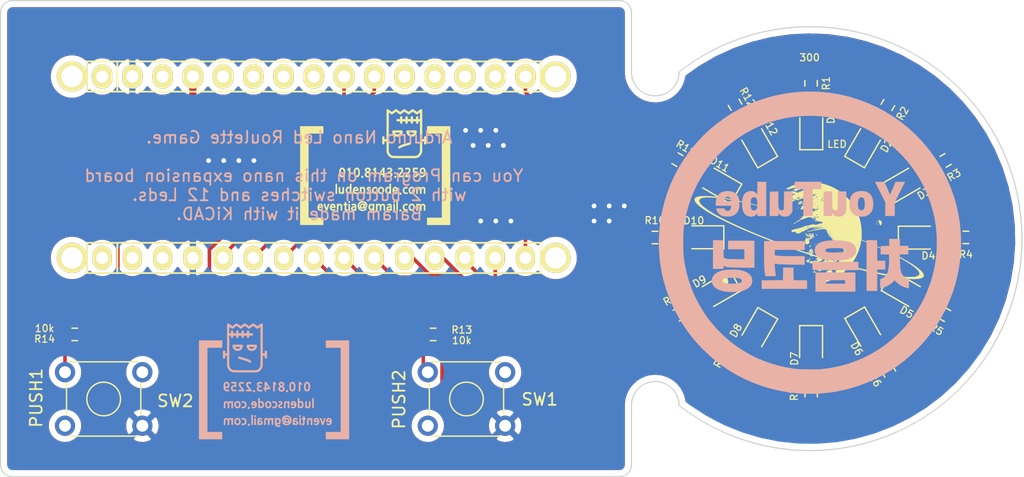
<source format=kicad_pcb>
(kicad_pcb (version 20171130) (host pcbnew "(5.1.7)-1")
  (title_block (date "jeu. 02 avril 2015"))
  (layers (0 F.Cu signal) (31 B.Cu signal) (34 B.Paste user) (35 F.Paste user) (36 B.SilkS user) (37 F.SilkS user) (38 B.Mask user) (39 F.Mask user) (44 Edge.Cuts user))
  (net 0 "")
  (net 1 GND)
  (net 2 +5V)
  (net 3 "Net-(D1-Pad2)")
  (net 4 "Net-(D2-Pad2)")
  (net 5 "Net-(D3-Pad2)")
  (net 6 "Net-(D4-Pad2)")
  (net 7 "Net-(D5-Pad2)")
  (net 8 "Net-(D6-Pad2)")
  (net 9 "Net-(D7-Pad2)")
  (net 10 "Net-(D8-Pad2)")
  (net 11 "Net-(D9-Pad2)")
  (net 12 "Net-(D10-Pad2)")
  (net 13 "Net-(D11-Pad2)")
  (net 14 "Net-(D12-Pad2)")
  (net 15 2)
  (net 16 3)
  (net 17 4)
  (net 18 5)
  (net 19 6)
  (net 20 7)
  (net 21 8)
  (net 22 9)
  (net 23 10)
  (net 24 11)
  (net 25 12)
  (net 26 A2)
  (net 27 13)
  (net 28 A3)
  (module Resistor_SMD:R_0603_1608Metric (layer F.Cu) (at 168.1 111.05 90)
    (fp_text reference R7 (at 0 -1.43 90) (layer F.SilkS) (effects (font (size 0.6 0.6) (thickness 0.1))))
    (fp_text value R)
    (pad 2 smd roundrect (at 0.825 0 90) (size 0.8 0.95) (layers F.Cu F.Paste F.Mask) (net 9 "Net-(D7-Pad2)"))
    (pad 1 smd roundrect (at -0.825 0 90) (size 0.8 0.95) (layers F.Cu F.Paste F.Mask) (net 21 8))
  )
  (module LED_SMD:LED_0805_2012Metric (layer F.Cu) (at 168.092 106.9895 270)
    (fp_text reference D7 (at 1.0945 1.397 90) (layer F.SilkS) (effects (font (size 0.6 0.6) (thickness 0.1))))
    (fp_text value LED)
    (pad 2 smd roundrect (at 0.9375 0 270) (size 0.975 1.4) (layers F.Cu F.Paste F.Mask) (net 9 "Net-(D7-Pad2)"))
    (pad 1 smd roundrect (at -0.9375 0 270) (size 0.975 1.4) (layers F.Cu F.Paste F.Mask) (net 1 GND))
  )
  (module Try001:YouTube_PCB_Profile_130x105 (layer B.Cu) (at 123 110 180)
    (fp_text reference G*** hide)
    (fp_text value LOGO hide)
  )
  (module Try001:YouTube_PCB_Profile_130x105 (layer F.Cu) (at 131.445 92)
    (fp_text reference G*** hide)
    (fp_text value LOGO hide)
  )
  (module Try001:YouTube_PCB_254 (layer B.Cu) (at 168.005 98.33 180)
    (fp_text reference G*** hide)
    (fp_text value LOGO hide)
  )
  (module Try001:PCB_Logo_Space (layer F.Cu) (at 168.005 97.695)
    (fp_text reference G*** hide)
    (fp_text value LOGO hide)
  )
  (module Socket_Arduino_Nano:Socket_Strip_Arduino_1x15 (layer F.Cu) (at 108.535 84.38)
    (fp_text reference P2 hide)
    (fp_text value Analog hide)
    (pad 1 thru_hole oval (at 0 0) (size 1.7272 2.032) (drill 1.016) (layers *.Cu *.Mask F.SilkS))
    (pad 2 thru_hole oval (at 2.54 0) (size 1.7272 2.032) (drill 1.016) (layers *.Cu *.Mask F.SilkS) (net 1 GND))
    (pad 3 thru_hole oval (at 5.08 0) (size 1.7272 2.032) (drill 1.016) (layers *.Cu *.Mask F.SilkS))
    (pad 4 thru_hole oval (at 7.62 0) (size 1.7272 2.032) (drill 1.016) (layers *.Cu *.Mask F.SilkS) (net 2 +5V))
    (pad 5 thru_hole oval (at 10.16 0) (size 1.7272 2.032) (drill 1.016) (layers *.Cu *.Mask F.SilkS))
    (pad 6 thru_hole oval (at 12.7 0) (size 1.7272 2.032) (drill 1.016) (layers *.Cu *.Mask F.SilkS))
    (pad 7 thru_hole oval (at 15.24 0) (size 1.7272 2.032) (drill 1.016) (layers *.Cu *.Mask F.SilkS))
    (pad 8 thru_hole oval (at 17.78 0) (size 1.7272 2.032) (drill 1.016) (layers *.Cu *.Mask F.SilkS))
    (pad 9 thru_hole oval (at 20.32 0) (size 1.7272 2.032) (drill 1.016) (layers *.Cu *.Mask F.SilkS) (net 28 A3))
    (pad 10 thru_hole oval (at 22.86 0) (size 1.7272 2.032) (drill 1.016) (layers *.Cu *.Mask F.SilkS) (net 26 A2))
    (pad 11 thru_hole oval (at 25.4 0) (size 1.7272 2.032) (drill 1.016) (layers *.Cu *.Mask F.SilkS))
    (pad 12 thru_hole oval (at 27.94 0) (size 1.7272 2.032) (drill 1.016) (layers *.Cu *.Mask F.SilkS))
    (pad 13 thru_hole oval (at 30.48 0) (size 1.7272 2.032) (drill 1.016) (layers *.Cu *.Mask F.SilkS))
    (pad 14 thru_hole oval (at 33.02 0) (size 1.7272 2.032) (drill 1.016) (layers *.Cu *.Mask F.SilkS))
    (pad 15 thru_hole oval (at 35.56 0) (size 1.7272 2.032) (drill 1.016) (layers *.Cu *.Mask F.SilkS) (net 27 13))
  )
  (module Socket_Arduino_Nano:Socket_Strip_Arduino_1x15 (layer F.Cu) (at 108.535 99.62)
    (fp_text reference P1 hide)
    (fp_text value Digital hide)
    (pad 1 thru_hole oval (at 0 0) (size 1.6 2.032) (drill 1) (layers *.Cu *.Mask F.SilkS))
    (pad 2 thru_hole oval (at 2.54 0) (size 1.6 2.032) (drill 1) (layers *.Cu *.Mask F.SilkS))
    (pad 3 thru_hole oval (at 5.08 0) (size 1.6 2.032) (drill 1) (layers *.Cu *.Mask F.SilkS))
    (pad 4 thru_hole oval (at 7.62 0) (size 1.6 2.032) (drill 1) (layers *.Cu *.Mask F.SilkS) (net 1 GND))
    (pad 5 thru_hole oval (at 10.16 0) (size 1.6 2.032) (drill 1) (layers *.Cu *.Mask F.SilkS) (net 15 2))
    (pad 6 thru_hole oval (at 12.7 0) (size 1.6 2.032) (drill 1) (layers *.Cu *.Mask F.SilkS) (net 16 3))
    (pad 7 thru_hole oval (at 15.24 0) (size 1.6 2.032) (drill 1) (layers *.Cu *.Mask F.SilkS) (net 17 4))
    (pad 8 thru_hole oval (at 17.78 0) (size 1.6 2.032) (drill 1) (layers *.Cu *.Mask F.SilkS) (net 18 5))
    (pad 9 thru_hole oval (at 20.32 0) (size 1.6 2.032) (drill 1) (layers *.Cu *.Mask F.SilkS) (net 19 6))
    (pad 10 thru_hole oval (at 22.86 0) (size 1.6 2.032) (drill 1) (layers *.Cu *.Mask F.SilkS) (net 20 7))
    (pad 11 thru_hole oval (at 25.4 0) (size 1.6 2.032) (drill 1) (layers *.Cu *.Mask F.SilkS) (net 21 8))
    (pad 12 thru_hole oval (at 27.94 0) (size 1.6 2.032) (drill 1) (layers *.Cu *.Mask F.SilkS) (net 22 9))
    (pad 13 thru_hole oval (at 30.48 0) (size 1.6 2.032) (drill 1) (layers *.Cu *.Mask F.SilkS) (net 23 10))
    (pad 14 thru_hole oval (at 33.02 0) (size 1.6 2.032) (drill 1) (layers *.Cu *.Mask F.SilkS) (net 24 11))
    (pad 15 thru_hole oval (at 35.56 0) (size 1.6 2.032) (drill 1) (layers *.Cu *.Mask F.SilkS) (net 25 12))
  )
  (module LED_SMD:LED_0805_2012Metric (layer F.Cu) (at 168.11 88.8425 90)
    (fp_text reference D1 (at 1.0645 1.651 270) (layer F.SilkS) (effects (font (size 0.6 0.6) (thickness 0.1))))
    (fp_text value LED (at -1.2215 2.159 180) (layer F.SilkS) (effects (font (size 0.6 0.6) (thickness 0.1))))
    (pad 2 smd roundrect (at 0.9375 0 90) (size 0.975 1.4) (layers F.Cu F.Paste F.Mask) (net 3 "Net-(D1-Pad2)"))
    (pad 1 smd roundrect (at -0.9375 0 90) (size 0.975 1.4) (layers F.Cu F.Paste F.Mask) (net 1 GND))
  )
  (module Button_Switch_THT:SW_TH_Tactile_Omron_B3F-10xx (layer F.Cu) (at 105.41 109.22)
    (fp_text reference SW2 (at 9.271 2.413) (layer F.SilkS))
    (fp_text value PUSH1 (at -2.413 2.159 -90) (layer F.SilkS))
    (pad 1 thru_hole circle (at 0 0) (size 1.7 1.7) (drill 1) (layers *.Cu *.Mask) (net 28 A3))
    (pad 2 thru_hole circle (at 6.5 0) (size 1.7 1.7) (drill 1) (layers *.Cu *.Mask))
    (pad 3 thru_hole circle (at 0 4.5) (size 1.7 1.7) (drill 1) (layers *.Cu *.Mask))
    (pad 4 thru_hole circle (at 6.5 4.5) (size 1.7 1.7) (drill 1) (layers *.Cu *.Mask) (net 1 GND))
  )
  (module Button_Switch_THT:SW_TH_Tactile_Omron_B3F-10xx (layer F.Cu) (at 135.89 109.22)
    (fp_text reference SW1 (at 9.398 2.286) (layer F.SilkS))
    (fp_text value PUSH2 (at -2.413 2.286 -90) (layer F.SilkS))
    (pad 1 thru_hole circle (at 0 0) (size 1.7 1.7) (drill 1) (layers *.Cu *.Mask) (net 26 A2))
    (pad 2 thru_hole circle (at 6.5 0) (size 1.7 1.7) (drill 1) (layers *.Cu *.Mask))
    (pad 3 thru_hole circle (at 0 4.5) (size 1.7 1.7) (drill 1) (layers *.Cu *.Mask))
    (pad 4 thru_hole circle (at 6.5 4.5) (size 1.7 1.7) (drill 1) (layers *.Cu *.Mask) (net 1 GND))
  )
  (module Resistor_SMD:R_0603_1608Metric (layer F.Cu) (at 106.235 106.045 180)
    (fp_text reference R14 (at 2.54 -0.381) (layer F.SilkS) (effects (font (size 0.6 0.6) (thickness 0.1))))
    (fp_text value 10k (at 2.54 0.508) (layer F.SilkS) (effects (font (size 0.6 0.6) (thickness 0.1))))
    (pad 2 smd roundrect (at 0.825 0 180) (size 0.8 0.95) (layers F.Cu F.Paste F.Mask) (net 28 A3))
    (pad 1 smd roundrect (at -0.825 0 180) (size 0.8 0.95) (layers F.Cu F.Paste F.Mask) (net 2 +5V))
  )
  (module Resistor_SMD:R_0603_1608Metric (layer F.Cu) (at 136.335 106.045 180)
    (fp_text reference R13 (at -2.413 0.381) (layer F.SilkS) (effects (font (size 0.6 0.6) (thickness 0.1))))
    (fp_text value 10k (at -2.413 -0.508) (layer F.SilkS) (effects (font (size 0.6 0.6) (thickness 0.1))))
    (pad 2 smd roundrect (at 0.825 0 180) (size 0.8 0.95) (layers F.Cu F.Paste F.Mask) (net 26 A2))
    (pad 1 smd roundrect (at -0.825 0 180) (size 0.8 0.95) (layers F.Cu F.Paste F.Mask) (net 2 +5V))
  )
  (module Resistor_SMD:R_0603_1608Metric (layer F.Cu) (at 161.7075 86.750529 300)
    (fp_text reference R12 (at -0.026176 -1.224662 120) (layer F.SilkS) (effects (font (size 0.6 0.6) (thickness 0.1))))
    (fp_text value R)
    (pad 2 smd roundrect (at 0.825 0 300) (size 0.8 0.95) (layers F.Cu F.Paste F.Mask) (net 14 "Net-(D12-Pad2)"))
    (pad 1 smd roundrect (at -0.825 0 300) (size 0.8 0.95) (layers F.Cu F.Paste F.Mask) (net 27 13))
  )
  (module Resistor_SMD:R_0603_1608Metric (layer F.Cu) (at 156.865529 91.3625 330)
    (fp_text reference R11 (at 0.1265 -1.209838 150) (layer F.SilkS) (effects (font (size 0.6 0.6) (thickness 0.1))))
    (fp_text value R)
    (pad 2 smd roundrect (at 0.825 0 330) (size 0.8 0.95) (layers F.Cu F.Paste F.Mask) (net 13 "Net-(D11-Pad2)"))
    (pad 1 smd roundrect (at -0.825 0 330) (size 0.8 0.95) (layers F.Cu F.Paste F.Mask) (net 25 12))
  )
  (module Resistor_SMD:R_0603_1608Metric (layer F.Cu) (at 154.975 97.905)
    (fp_text reference R10 (at 0 -1.43) (layer F.SilkS) (effects (font (size 0.6 0.6) (thickness 0.1))))
    (fp_text value R)
    (pad 2 smd roundrect (at 0.825 0) (size 0.8 0.95) (layers F.Cu F.Paste F.Mask) (net 12 "Net-(D10-Pad2)"))
    (pad 1 smd roundrect (at -0.825 0) (size 0.8 0.95) (layers F.Cu F.Paste F.Mask) (net 24 11))
  )
  (module Resistor_SMD:R_0603_1608Metric (layer F.Cu) (at 156.965529 104.3575 30)
    (fp_text reference R9 (at 0 -1.43 30) (layer F.SilkS) (effects (font (size 0.6 0.6) (thickness 0.1))))
    (fp_text value R)
    (pad 2 smd roundrect (at 0.825 0 30) (size 0.8 0.95) (layers F.Cu F.Paste F.Mask) (net 11 "Net-(D9-Pad2)"))
    (pad 1 smd roundrect (at -0.825 0 30) (size 0.8 0.95) (layers F.Cu F.Paste F.Mask) (net 23 10))
  )
  (module Resistor_SMD:R_0603_1608Metric (layer F.Cu) (at 161.6675 109.009471 60)
    (fp_text reference R8 (at 0 -1.43 60) (layer F.SilkS) (effects (font (size 0.6 0.6) (thickness 0.1))))
    (fp_text value R)
    (pad 2 smd roundrect (at 0.825 0 60) (size 0.8 0.95) (layers F.Cu F.Paste F.Mask) (net 10 "Net-(D8-Pad2)"))
    (pad 1 smd roundrect (at -0.825 0 60) (size 0.8 0.95) (layers F.Cu F.Paste F.Mask) (net 22 9))
  )
  (module Resistor_SMD:R_0603_1608Metric (layer F.Cu) (at 174.6225 109.169471 120)
    (fp_text reference R6 (at -0.047708 -1.347367 120) (layer F.SilkS) (effects (font (size 0.6 0.6) (thickness 0.1))))
    (fp_text value R)
    (pad 2 smd roundrect (at 0.825 0 120) (size 0.8 0.95) (layers F.Cu F.Paste F.Mask) (net 8 "Net-(D6-Pad2)"))
    (pad 1 smd roundrect (at -0.825 0 120) (size 0.8 0.95) (layers F.Cu F.Paste F.Mask) (net 20 7))
  )
  (module Resistor_SMD:R_0603_1608Metric (layer F.Cu) (at 179.344471 104.3875 150)
    (fp_text reference R5 (at 0 -1.43 150) (layer F.SilkS) (effects (font (size 0.6 0.6) (thickness 0.1))))
    (fp_text value R)
    (pad 2 smd roundrect (at 0.825 0 150) (size 0.8 0.95) (layers F.Cu F.Paste F.Mask) (net 7 "Net-(D5-Pad2)"))
    (pad 1 smd roundrect (at -0.825 0 150) (size 0.8 0.95) (layers F.Cu F.Paste F.Mask) (net 19 6))
  )
  (module Resistor_SMD:R_0603_1608Metric (layer F.Cu) (at 181.095 97.895 180)
    (fp_text reference R4 (at 0 -1.43) (layer F.SilkS) (effects (font (size 0.6 0.6) (thickness 0.1))))
    (fp_text value R)
    (pad 2 smd roundrect (at 0.825 0 180) (size 0.8 0.95) (layers F.Cu F.Paste F.Mask) (net 6 "Net-(D4-Pad2)"))
    (pad 1 smd roundrect (at -0.825 0 180) (size 0.8 0.95) (layers F.Cu F.Paste F.Mask) (net 18 5))
  )
  (module Resistor_SMD:R_0603_1608Metric (layer F.Cu) (at 179.394471 91.4225 210)
    (fp_text reference R3 (at 0 -1.43 30) (layer F.SilkS) (effects (font (size 0.6 0.6) (thickness 0.1))))
    (fp_text value R)
    (pad 2 smd roundrect (at 0.825 0 210) (size 0.8 0.95) (layers F.Cu F.Paste F.Mask) (net 5 "Net-(D3-Pad2)"))
    (pad 1 smd roundrect (at -0.825 0 210) (size 0.8 0.95) (layers F.Cu F.Paste F.Mask) (net 17 4))
  )
  (module Resistor_SMD:R_0603_1608Metric (layer F.Cu) (at 174.5425 86.770529 240)
    (fp_text reference R2 (at 0 -1.43 60) (layer F.SilkS) (effects (font (size 0.6 0.6) (thickness 0.1))))
    (fp_text value R)
    (pad 2 smd roundrect (at 0.825 0 240) (size 0.8 0.95) (layers F.Cu F.Paste F.Mask) (net 4 "Net-(D2-Pad2)"))
    (pad 1 smd roundrect (at -0.825 0 240) (size 0.8 0.95) (layers F.Cu F.Paste F.Mask) (net 16 3))
  )
  (module Resistor_SMD:R_0603_1608Metric (layer F.Cu) (at 168.09 84.95 270)
    (fp_text reference R1 (at 0 -1.27 90) (layer F.SilkS) (effects (font (size 0.6 0.6) (thickness 0.1))))
    (fp_text value 300 (at -2.159 0.127 180) (layer F.SilkS) (effects (font (size 0.6 0.6) (thickness 0.1))))
    (pad 2 smd roundrect (at 0.825 0 270) (size 0.8 0.95) (layers F.Cu F.Paste F.Mask) (net 3 "Net-(D1-Pad2)"))
    (pad 1 smd roundrect (at -0.825 0 270) (size 0.8 0.95) (layers F.Cu F.Paste F.Mask) (net 15 2))
  )
  (module LED_SMD:LED_0805_2012Metric (layer F.Cu) (at 163.60125 90.113101 120)
    (fp_text reference D12 (at 0.879806 1.681132 120) (layer F.SilkS) (effects (font (size 0.6 0.6) (thickness 0.1))))
    (fp_text value LED)
    (pad 2 smd roundrect (at 0.9375 0 120) (size 0.975 1.4) (layers F.Cu F.Paste F.Mask) (net 14 "Net-(D12-Pad2)"))
    (pad 1 smd roundrect (at -0.9375 0 120) (size 0.975 1.4) (layers F.Cu F.Paste F.Mask) (net 1 GND))
  )
  (module LED_SMD:LED_0805_2012Metric (layer F.Cu) (at 160.331899 93.40375 150)
    (fp_text reference D11 (at 0.757517 1.469058 150) (layer F.SilkS) (effects (font (size 0.6 0.6) (thickness 0.1))))
    (fp_text value LED)
    (pad 2 smd roundrect (at 0.9375 0 150) (size 0.975 1.4) (layers F.Cu F.Paste F.Mask) (net 13 "Net-(D11-Pad2)"))
    (pad 1 smd roundrect (at -0.9375 0 150) (size 0.975 1.4) (layers F.Cu F.Paste F.Mask) (net 1 GND))
  )
  (module LED_SMD:LED_0805_2012Metric (layer F.Cu) (at 159.0775 97.885 180)
    (fp_text reference D10 (at 0.8405 1.397) (layer F.SilkS) (effects (font (size 0.6 0.6) (thickness 0.1))))
    (fp_text value LED)
    (pad 2 smd roundrect (at 0.9375 0 180) (size 0.975 1.4) (layers F.Cu F.Paste F.Mask) (net 12 "Net-(D10-Pad2)"))
    (pad 1 smd roundrect (at -0.9375 0 180) (size 0.975 1.4) (layers F.Cu F.Paste F.Mask) (net 1 GND))
  )
  (module LED_SMD:LED_0805_2012Metric (layer F.Cu) (at 160.298101 102.36375 210)
    (fp_text reference D9 (at 0.980825 1.446161 30) (layer F.SilkS) (effects (font (size 0.6 0.6) (thickness 0.1))))
    (fp_text value LED)
    (pad 2 smd roundrect (at 0.9375 0 210) (size 0.975 1.4) (layers F.Cu F.Paste F.Mask) (net 11 "Net-(D9-Pad2)"))
    (pad 1 smd roundrect (at -0.9375 0 210) (size 0.975 1.4) (layers F.Cu F.Paste F.Mask) (net 1 GND))
  )
  (module LED_SMD:LED_0805_2012Metric (layer F.Cu) (at 163.61125 105.726899 240)
    (fp_text reference D8 (at 0.91325 1.581795 60) (layer F.SilkS) (effects (font (size 0.6 0.6) (thickness 0.1))))
    (fp_text value LED)
    (pad 2 smd roundrect (at 0.9375 0 240) (size 0.975 1.4) (layers F.Cu F.Paste F.Mask) (net 10 "Net-(D8-Pad2)"))
    (pad 1 smd roundrect (at -0.9375 0 240) (size 0.975 1.4) (layers F.Cu F.Paste F.Mask) (net 1 GND))
  )
  (module LED_SMD:LED_0805_2012Metric (layer F.Cu) (at 172.60125 105.683101 300)
    (fp_text reference D6 (at 1.025912 1.370867 120) (layer F.SilkS) (effects (font (size 0.6 0.6) (thickness 0.1))))
    (fp_text value LED)
    (pad 2 smd roundrect (at 0.9375 0 300) (size 0.975 1.4) (layers F.Cu F.Paste F.Mask) (net 8 "Net-(D6-Pad2)"))
    (pad 1 smd roundrect (at -0.9375 0 300) (size 0.975 1.4) (layers F.Cu F.Paste F.Mask) (net 1 GND))
  )
  (module LED_SMD:LED_0805_2012Metric (layer F.Cu) (at 175.918101 102.36625 330)
    (fp_text reference D5 (at 1.085382 1.471734 150) (layer F.SilkS) (effects (font (size 0.6 0.6) (thickness 0.1))))
    (fp_text value LED)
    (pad 2 smd roundrect (at 0.9375 0 330) (size 0.975 1.4) (layers F.Cu F.Paste F.Mask) (net 7 "Net-(D5-Pad2)"))
    (pad 1 smd roundrect (at -0.9375 0 330) (size 0.975 1.4) (layers F.Cu F.Paste F.Mask) (net 1 GND))
  )
  (module LED_SMD:LED_0805_2012Metric (layer F.Cu) (at 177.1075 97.915)
    (fp_text reference D4 (at 0.8405 1.524) (layer F.SilkS) (effects (font (size 0.6 0.6) (thickness 0.1))))
    (fp_text value LED)
    (pad 2 smd roundrect (at 0.9375 0) (size 0.975 1.4) (layers F.Cu F.Paste F.Mask) (net 6 "Net-(D4-Pad2)"))
    (pad 1 smd roundrect (at -0.9375 0) (size 0.975 1.4) (layers F.Cu F.Paste F.Mask) (net 1 GND))
  )
  (module LED_SMD:LED_0805_2012Metric (layer F.Cu) (at 175.898101 93.41375 30)
    (fp_text reference D3 (at 1.072397 1.544352 30) (layer F.SilkS) (effects (font (size 0.6 0.6) (thickness 0.1))))
    (fp_text value LED)
    (pad 2 smd roundrect (at 0.9375 0 30) (size 0.975 1.4) (layers F.Cu F.Paste F.Mask) (net 5 "Net-(D3-Pad2)"))
    (pad 1 smd roundrect (at -0.9375 0 30) (size 0.975 1.4) (layers F.Cu F.Paste F.Mask) (net 1 GND))
  )
  (module LED_SMD:LED_0805_2012Metric (layer F.Cu) (at 172.58725 90.105899 60)
    (fp_text reference D2 (at 0.866104 1.654337 60) (layer F.SilkS) (effects (font (size 0.6 0.6) (thickness 0.1))))
    (fp_text value LED hide)
    (pad 2 smd roundrect (at 0.9375 0 60) (size 0.975 1.4) (layers F.Cu F.Paste F.Mask) (net 4 "Net-(D2-Pad2)"))
    (pad 1 smd roundrect (at -0.9375 0 60) (size 0.975 1.4) (layers F.Cu F.Paste F.Mask) (net 1 GND))
  )
  (module Socket_Arduino_Nano:1pin_Nano (layer F.Cu) (at 105.995 99.62 90)
    (fp_text reference P3 hide)
    (fp_text value CONN_01X01 hide)
    (pad 1 thru_hole circle (at 0 0 90) (size 2.54 2.54) (drill 1.778) (layers *.Cu *.Mask F.SilkS))
  )
  (module Socket_Arduino_Nano:1pin_Nano (layer F.Cu) (at 146.635 99.62 90)
    (fp_text reference P4 hide)
    (fp_text value CONN_01X01 hide)
    (pad 1 thru_hole circle (at 0 0 90) (size 2.54 2.54) (drill 1.778) (layers *.Cu *.Mask F.SilkS))
  )
  (module Socket_Arduino_Nano:1pin_Nano (layer F.Cu) (at 146.635 84.38 90)
    (fp_text reference P5 hide)
    (fp_text value CONN_01X01 hide)
    (pad 1 thru_hole circle (at 0 0 90) (size 2.54 2.54) (drill 1.778) (layers *.Cu *.Mask F.SilkS))
  )
  (module Socket_Arduino_Nano:1pin_Nano (layer F.Cu) (at 105.995 84.38 90)
    (fp_text reference P6 hide)
    (fp_text value CONN_01X01 hide)
    (pad 1 thru_hole circle (at 0 0 90) (size 2.54 2.54) (drill 1.778) (layers *.Cu *.Mask F.SilkS))
  )
  (gr_text "Arduino Nano Led Roulette Game.\n\nYou can Program on this nano expansion board \nwith 2 button switches and 12 Leds.\nBaram made it with KiCAD." (at 125.095 92.71) (layer B.SilkS) (effects (font (size 1 1)) (justify mirror)))
  (gr_line (start 153 117) (end 153 112) (layer Edge.Cuts) (width 0.1))
  (gr_line (start 101 118) (end 152 118) (layer Edge.Cuts) (width 0.1))
  (gr_line (start 100 79) (end 100 117) (layer Edge.Cuts) (width 0.1))
  (gr_line (start 152 78) (end 101 78) (layer Edge.Cuts) (width 0.1))
  (gr_line (start 153 84) (end 153 79) (layer Edge.Cuts) (width 0.1))
  (gr_arc (start 152 117) (end 152 118) (angle -90) (layer Edge.Cuts) (width 0.1))
  (gr_arc (start 101 117) (end 100 117) (angle -90) (layer Edge.Cuts) (width 0.1))
  (gr_arc (start 152 79) (end 153 79) (angle -90) (layer Edge.Cuts) (width 0.1))
  (gr_arc (start 101 79) (end 101 78) (angle -90) (layer Edge.Cuts) (width 0.1))
  (gr_arc (start 155 112) (end 157 111.999999) (angle -179.9999714) (layer Edge.Cuts) (width 0.1))
  (gr_arc (start 155 84) (end 153 84) (angle -179.9999714) (layer Edge.Cuts) (width 0.1))
  (gr_arc (start 168 98) (end 157.000001 111.999999) (angle -256.3144532) (layer Edge.Cuts) (width 0.1))
  (via (at 142.875 96.52) (size 0.6) (drill 0.4) (layers F.Cu B.Cu) (net 1))
  (via (at 141.605 96.52) (size 0.6) (drill 0.4) (layers F.Cu B.Cu) (net 1))
  (via (at 140.335 96.52) (size 0.6) (drill 0.4) (layers F.Cu B.Cu) (net 1))
  (via (at 142.24 90.17) (size 0.6) (drill 0.4) (layers F.Cu B.Cu) (net 1))
  (via (at 140.97 90.17) (size 0.6) (drill 0.4) (layers F.Cu B.Cu) (net 1))
  (via (at 139.7 90.17) (size 0.6) (drill 0.4) (layers F.Cu B.Cu) (net 1))
  (via (at 140.335 88.9) (size 0.6) (drill 0.4) (layers F.Cu B.Cu) (net 1))
  (via (at 141.605 88.9) (size 0.6) (drill 0.4) (layers F.Cu B.Cu) (net 1))
  (via (at 149.86 96.52) (size 0.6) (drill 0.4) (layers F.Cu B.Cu) (net 1))
  (via (at 151.13 96.52) (size 0.6) (drill 0.4) (layers F.Cu B.Cu) (net 1))
  (via (at 151.13 95.25) (size 0.6) (drill 0.4) (layers F.Cu B.Cu) (net 1))
  (via (at 118.745 91.44) (size 0.6) (drill 0.4) (layers F.Cu B.Cu) (net 1))
  (via (at 120.015 91.44) (size 0.6) (drill 0.4) (layers F.Cu B.Cu) (net 1))
  (via (at 121.285 91.44) (size 0.6) (drill 0.4) (layers F.Cu B.Cu) (net 1))
  (via (at 152.4 95.25) (size 0.6) (drill 0.4) (layers F.Cu B.Cu) (net 1))
  (via (at 117.475 91.44) (size 0.6) (drill 0.4) (layers F.Cu B.Cu) (net 1))
  (via (at 139.065 88.9) (size 0.6) (drill 0.4) (layers F.Cu B.Cu) (net 1))
  (via (at 149.86 95.25) (size 0.6) (drill 0.4) (layers F.Cu B.Cu) (net 1))
  (segment (start 116.155 84.38) (end 116.155 87.68) (width 0.6) (layer F.Cu) (net 2))
  (segment (start 116.155 87.68) (end 109.22 94.615) (width 0.6) (layer F.Cu) (net 2))
  (segment (start 109.22 94.615) (end 105.41 94.615) (width 0.6) (layer F.Cu) (net 2))
  (segment (start 105.41 94.615) (end 102.235 97.79) (width 0.6) (layer F.Cu) (net 2))
  (segment (start 102.235 97.79) (end 102.235 111.125) (width 0.6) (layer F.Cu) (net 2))
  (segment (start 102.235 111.125) (end 102.87 111.76) (width 0.6) (layer F.Cu) (net 2))
  (segment (start 102.87 111.76) (end 106.045 111.76) (width 0.6) (layer F.Cu) (net 2))
  (segment (start 107.06 110.745) (end 107.06 106.045) (width 0.6) (layer F.Cu) (net 2))
  (segment (start 106.045 111.76) (end 107.06 110.745) (width 0.6) (layer F.Cu) (net 2))
  (segment (start 107.06 110.745) (end 108.205 110.745) (width 0.6) (layer F.Cu) (net 2))
  (segment (start 108.205 110.745) (end 109.22 111.76) (width 0.6) (layer F.Cu) (net 2))
  (segment (start 109.22 111.76) (end 136.525 111.76) (width 0.6) (layer F.Cu) (net 2))
  (segment (start 137.240001 106.125001) (end 137.16 106.045) (width 0.6) (layer F.Cu) (net 2))
  (segment (start 137.240001 111.044999) (end 137.240001 106.125001) (width 0.6) (layer F.Cu) (net 2))
  (segment (start 136.525 111.76) (end 137.240001 111.044999) (width 0.6) (layer F.Cu) (net 2))
  (segment (start 168.09 85.775) (end 168.11 87.905) (width 0.3) (layer F.Cu) (net 3))
  (segment (start 174.13 87.485) (end 173.056 89.294) (width 0.3) (layer F.Cu) (net 4))
  (segment (start 178.68 91.835) (end 176.71 92.945) (width 0.3) (layer F.Cu) (net 5))
  (segment (start 178.045 97.915) (end 180.27 97.895) (width 0.3) (layer F.Cu) (net 6))
  (segment (start 176.73 102.835) (end 178.63 103.975) (width 0.3) (layer F.Cu) (net 7))
  (segment (start 173.07 106.495) (end 174.21 108.455) (width 0.3) (layer F.Cu) (net 8))
  (segment (start 168.092 107.927) (end 168.1 110.225) (width 0.3) (layer F.Cu) (net 9))
  (segment (start 163.1425 106.538798) (end 162.08 108.295) (width 0.3) (layer F.Cu) (net 10))
  (segment (start 159.486202 102.8325) (end 157.68 103.945) (width 0.3) (layer F.Cu) (net 11))
  (segment (start 158.14 97.885) (end 155.8 97.905) (width 0.3) (layer F.Cu) (net 12))
  (segment (start 157.58 91.775) (end 159.52 92.935) (width 0.3) (layer F.Cu) (net 13))
  (segment (start 162.12 87.465) (end 163.1325 89.301202) (width 0.3) (layer F.Cu) (net 14))
  (segment (start 151.527867 88.765011) (end 146.312881 93.979997) (width 0.3) (layer F.Cu) (net 15))
  (segment (start 146.312881 93.979997) (end 126.167877 93.980001) (width 0.3) (layer F.Cu) (net 15))
  (segment (start 118.695 99.404) (end 118.695 99.62) (width 0.3) (layer F.Cu) (net 15))
  (segment (start 122.357878 97.79) (end 120.309 97.79) (width 0.3) (layer F.Cu) (net 15))
  (segment (start 126.167877 93.980001) (end 122.357878 97.79) (width 0.3) (layer F.Cu) (net 15))
  (segment (start 120.309 97.79) (end 118.695 99.404) (width 0.3) (layer F.Cu) (net 15))
  (segment (start 158.884989 88.765011) (end 159.472134 88.765014) (width 0.3) (layer F.Cu) (net 15))
  (segment (start 159.668899 88.765011) (end 158.884989 88.765011) (width 0.3) (layer F.Cu) (net 15))
  (segment (start 158.884989 88.765011) (end 151.527867 88.765011) (width 0.3) (layer F.Cu) (net 15))
  (segment (start 159.472134 88.765014) (end 163.41712 92.71) (width 0.3) (layer F.Cu) (net 15))
  (segment (start 163.41712 92.71) (end 165.735 92.71) (width 0.3) (layer F.Cu) (net 15))
  (segment (start 165.735 92.71) (end 166.37 92.075) (width 0.3) (layer F.Cu) (net 15))
  (segment (start 166.37 92.075) (end 166.37 85.09) (width 0.3) (layer F.Cu) (net 15))
  (segment (start 167.335 84.125) (end 168.09 84.125) (width 0.3) (layer F.Cu) (net 15))
  (segment (start 166.37 85.09) (end 167.335 84.125) (width 0.3) (layer F.Cu) (net 15))
  (segment (start 126.374989 94.480011) (end 121.235 99.62) (width 0.3) (layer F.Cu) (net 16))
  (segment (start 174.955 86.056058) (end 173.023942 86.056058) (width 0.3) (layer F.Cu) (net 16))
  (segment (start 170.815 88.265) (end 170.815 89.535) (width 0.3) (layer F.Cu) (net 16))
  (segment (start 169.564455 90.785545) (end 169.564455 92.055545) (width 0.3) (layer F.Cu) (net 16))
  (segment (start 170.815 89.535) (end 169.564455 90.785545) (width 0.3) (layer F.Cu) (net 16))
  (segment (start 173.023942 86.056058) (end 170.815 88.265) (width 0.3) (layer F.Cu) (net 16))
  (segment (start 169.564455 92.055545) (end 169.545 92.075) (width 0.3) (layer F.Cu) (net 16))
  (segment (start 169.545 92.71) (end 168.984999 93.270001) (width 0.3) (layer F.Cu) (net 16))
  (segment (start 169.545 92.075) (end 169.545 92.71) (width 0.3) (layer F.Cu) (net 16))
  (segment (start 168.984999 93.270001) (end 163.27 93.27) (width 0.3) (layer F.Cu) (net 16))
  (segment (start 163.27 93.27) (end 159.265022 89.265022) (width 0.3) (layer F.Cu) (net 16))
  (segment (start 159.265022 89.265022) (end 151.734978 89.265022) (width 0.3) (layer F.Cu) (net 16))
  (segment (start 151.734978 89.265022) (end 146.519989 94.480011) (width 0.3) (layer F.Cu) (net 16))
  (segment (start 146.519989 94.480011) (end 126.374989 94.480011) (width 0.3) (layer F.Cu) (net 16))
  (segment (start 151.942089 89.765033) (end 146.7271 94.980022) (width 0.3) (layer F.Cu) (net 17))
  (segment (start 159.057911 89.765033) (end 151.942089 89.765033) (width 0.3) (layer F.Cu) (net 17))
  (segment (start 163.062889 93.770011) (end 159.057911 89.765033) (width 0.3) (layer F.Cu) (net 17))
  (segment (start 169.754989 93.770011) (end 163.062889 93.770011) (width 0.3) (layer F.Cu) (net 17))
  (segment (start 169.827112 93.770008) (end 169.754989 93.770011) (width 0.3) (layer F.Cu) (net 17))
  (segment (start 170.88712 92.71) (end 169.827112 93.770008) (width 0.3) (layer F.Cu) (net 17))
  (segment (start 146.7271 94.980022) (end 128.414978 94.980022) (width 0.3) (layer F.Cu) (net 17))
  (segment (start 177.165 90.17) (end 174.625 92.71) (width 0.3) (layer F.Cu) (net 17))
  (segment (start 179.268942 90.17) (end 177.165 90.17) (width 0.3) (layer F.Cu) (net 17))
  (segment (start 128.414978 94.980022) (end 123.775 99.62) (width 0.3) (layer F.Cu) (net 17))
  (segment (start 174.625 92.71) (end 170.88712 92.71) (width 0.3) (layer F.Cu) (net 17))
  (segment (start 180.108942 91.01) (end 179.268942 90.17) (width 0.3) (layer F.Cu) (net 17))
  (segment (start 181.92 107.005) (end 181.92 97.895) (width 0.3) (layer F.Cu) (net 18))
  (segment (start 176.54 112.385) (end 181.92 107.005) (width 0.3) (layer F.Cu) (net 18))
  (segment (start 174.615 112.385) (end 176.54 112.385) (width 0.3) (layer F.Cu) (net 18))
  (segment (start 172.99998 114.00002) (end 174.615 112.385) (width 0.3) (layer F.Cu) (net 18))
  (segment (start 166.00002 114.00002) (end 172.99998 114.00002) (width 0.3) (layer F.Cu) (net 18))
  (segment (start 165.50001 113.50001) (end 166.00002 114.00002) (width 0.3) (layer F.Cu) (net 18))
  (segment (start 161.758622 113.50001) (end 165.50001 113.50001) (width 0.3) (layer F.Cu) (net 18))
  (segment (start 126.315 99.62) (end 128.93 102.235) (width 0.3) (layer F.Cu) (net 18))
  (segment (start 157.88497 109.626356) (end 157.88497 110.894973) (width 0.3) (layer F.Cu) (net 18))
  (segment (start 128.93 102.235) (end 135.126275 102.235) (width 0.3) (layer F.Cu) (net 18))
  (segment (start 135.126275 102.235) (end 140.206275 107.315) (width 0.3) (layer F.Cu) (net 18))
  (segment (start 161.430353 113.500008) (end 161.75862 113.500008) (width 0.3) (layer F.Cu) (net 18))
  (segment (start 152.315 107.315) (end 154.00004 109.00004) (width 0.3) (layer F.Cu) (net 18))
  (segment (start 154.00004 109.00004) (end 157.258654 109.00004) (width 0.3) (layer F.Cu) (net 18))
  (segment (start 157.258654 109.00004) (end 157.88497 109.626356) (width 0.3) (layer F.Cu) (net 18))
  (segment (start 140.206275 107.315) (end 152.315 107.315) (width 0.3) (layer F.Cu) (net 18))
  (segment (start 160.642848 112.712503) (end 161.430353 113.500008) (width 0.3) (layer F.Cu) (net 18))
  (segment (start 157.88497 110.894973) (end 159.7025 112.712503) (width 0.3) (layer F.Cu) (net 18))
  (segment (start 161.75862 113.500008) (end 161.758622 113.50001) (width 0.3) (layer F.Cu) (net 18))
  (segment (start 159.7025 112.712503) (end 160.642848 112.712503) (width 0.3) (layer F.Cu) (net 18))
  (segment (start 161.325365 112.359635) (end 161.325364 112.359636) (width 0.3) (layer F.Cu) (net 19))
  (segment (start 180.058942 106.01109) (end 180.058942 104.8) (width 0.3) (layer F.Cu) (net 19))
  (segment (start 178.277516 109.940364) (end 178.277516 107.792516) (width 0.3) (layer F.Cu) (net 19))
  (segment (start 176.45788 111.76) (end 178.277516 109.940364) (width 0.3) (layer F.Cu) (net 19))
  (segment (start 174.310032 111.76) (end 176.45788 111.76) (width 0.3) (layer F.Cu) (net 19))
  (segment (start 166.792888 113.500009) (end 172.570023 113.500009) (width 0.3) (layer F.Cu) (net 19))
  (segment (start 166.29288 113) (end 166.792888 113.500009) (width 0.3) (layer F.Cu) (net 19))
  (segment (start 161.965732 113) (end 166.29288 113) (width 0.3) (layer F.Cu) (net 19))
  (segment (start 161.360732 112.395) (end 161.965732 113) (width 0.3) (layer F.Cu) (net 19))
  (segment (start 161.29 112.395) (end 161.360732 112.395) (width 0.3) (layer F.Cu) (net 19))
  (segment (start 172.570023 113.500009) (end 174.310032 111.76) (width 0.3) (layer F.Cu) (net 19))
  (segment (start 128.855 99.62) (end 130.969989 101.734989) (width 0.3) (layer F.Cu) (net 19))
  (segment (start 130.969989 101.734989) (end 135.333386 101.734989) (width 0.3) (layer F.Cu) (net 19))
  (segment (start 152.693629 106.814989) (end 154.378669 108.500029) (width 0.3) (layer F.Cu) (net 19))
  (segment (start 161.083585 112.188585) (end 161.29 112.395) (width 0.3) (layer F.Cu) (net 19))
  (segment (start 140.413386 106.814989) (end 152.693629 106.814989) (width 0.3) (layer F.Cu) (net 19))
  (segment (start 159.42106 111.4425) (end 160.167145 112.188585) (width 0.3) (layer F.Cu) (net 19))
  (segment (start 154.378669 108.500029) (end 157.465763 108.500029) (width 0.3) (layer F.Cu) (net 19))
  (segment (start 157.465763 108.500029) (end 158.38498 109.419246) (width 0.3) (layer F.Cu) (net 19))
  (segment (start 135.333386 101.734989) (end 140.413386 106.814989) (width 0.3) (layer F.Cu) (net 19))
  (segment (start 158.38498 109.419246) (end 158.38498 110.26922) (width 0.3) (layer F.Cu) (net 19))
  (segment (start 158.38498 110.26922) (end 159.42106 111.3053) (width 0.3) (layer F.Cu) (net 19))
  (segment (start 159.42106 111.3053) (end 159.42106 111.4425) (width 0.3) (layer F.Cu) (net 19))
  (segment (start 178.277516 107.792516) (end 180.058942 106.01109) (width 0.3) (layer F.Cu) (net 19))
  (segment (start 160.167145 112.188585) (end 161.083585 112.188585) (width 0.3) (layer F.Cu) (net 19))
  (segment (start 171.918942 112.999998) (end 175.035 109.883942) (width 0.3) (layer F.Cu) (net 20))
  (segment (start 166.999999 112.999998) (end 171.918942 112.999998) (width 0.3) (layer F.Cu) (net 20))
  (segment (start 131.395 99.62) (end 133.009978 101.234978) (width 0.3) (layer F.Cu) (net 20))
  (segment (start 161.361429 111.688577) (end 162.047861 112.375009) (width 0.3) (layer F.Cu) (net 20))
  (segment (start 133.009978 101.234978) (end 135.540497 101.234978) (width 0.3) (layer F.Cu) (net 20))
  (segment (start 166.37501 112.37501) (end 166.999999 112.999998) (width 0.3) (layer F.Cu) (net 20))
  (segment (start 135.540497 101.234978) (end 140.620497 106.314978) (width 0.3) (layer F.Cu) (net 20))
  (segment (start 140.620497 106.314978) (end 152.90074 106.314978) (width 0.3) (layer F.Cu) (net 20))
  (segment (start 152.90074 106.314978) (end 154.585779 108.000017) (width 0.3) (layer F.Cu) (net 20))
  (segment (start 154.585779 108.000017) (end 157.672871 108.000017) (width 0.3) (layer F.Cu) (net 20))
  (segment (start 157.672871 108.000017) (end 158.88499 109.212136) (width 0.3) (layer F.Cu) (net 20))
  (segment (start 158.88499 109.212136) (end 158.88499 110.06211) (width 0.3) (layer F.Cu) (net 20))
  (segment (start 158.88499 110.06211) (end 160.511457 111.688577) (width 0.3) (layer F.Cu) (net 20))
  (segment (start 160.511457 111.688577) (end 161.361429 111.688577) (width 0.3) (layer F.Cu) (net 20))
  (segment (start 162.047861 112.375009) (end 166.37501 112.37501) (width 0.3) (layer F.Cu) (net 20))
  (segment (start 134.632641 99.62) (end 133.935 99.62) (width 0.3) (layer F.Cu) (net 21))
  (segment (start 135.998651 100.98601) (end 134.632641 99.62) (width 0.3) (layer F.Cu) (net 21))
  (segment (start 137.831531 100.98601) (end 135.998651 100.98601) (width 0.3) (layer F.Cu) (net 21))
  (segment (start 162.254973 111.874999) (end 161.504974 111.125) (width 0.3) (layer F.Cu) (net 21))
  (segment (start 157.879981 107.500007) (end 154.792891 107.500007) (width 0.3) (layer F.Cu) (net 21))
  (segment (start 161.504974 111.125) (end 160.655 111.125) (width 0.3) (layer F.Cu) (net 21))
  (segment (start 160.655 111.125) (end 159.385 109.855) (width 0.3) (layer F.Cu) (net 21))
  (segment (start 159.385 109.855) (end 159.385 109.005026) (width 0.3) (layer F.Cu) (net 21))
  (segment (start 159.385 109.005026) (end 157.879981 107.500007) (width 0.3) (layer F.Cu) (net 21))
  (segment (start 154.792891 107.500007) (end 153.107851 105.814967) (width 0.3) (layer F.Cu) (net 21))
  (segment (start 143.496333 105.814967) (end 141.591333 103.909967) (width 0.3) (layer F.Cu) (net 21))
  (segment (start 153.107851 105.814967) (end 143.496333 105.814967) (width 0.3) (layer F.Cu) (net 21))
  (segment (start 141.591333 103.909967) (end 140.755487 103.909967) (width 0.3) (layer F.Cu) (net 21))
  (segment (start 168.1 111.875) (end 162.254973 111.874999) (width 0.3) (layer F.Cu) (net 21))
  (segment (start 140.755487 103.909967) (end 137.831531 100.98601) (width 0.3) (layer F.Cu) (net 21))
  (segment (start 140.962598 103.409956) (end 137.172641 99.62) (width 0.3) (layer F.Cu) (net 22))
  (segment (start 141.798444 103.409956) (end 140.962598 103.409956) (width 0.3) (layer F.Cu) (net 22))
  (segment (start 158.531058 107) (end 155 107) (width 0.3) (layer F.Cu) (net 22))
  (segment (start 143.658498 105.27001) (end 141.798444 103.409956) (width 0.3) (layer F.Cu) (net 22))
  (segment (start 153.27001 105.27001) (end 143.658498 105.27001) (width 0.3) (layer F.Cu) (net 22))
  (segment (start 137.172641 99.62) (end 136.475 99.62) (width 0.3) (layer F.Cu) (net 22))
  (segment (start 161.255 109.723942) (end 158.531058 107) (width 0.3) (layer F.Cu) (net 22))
  (segment (start 155 107) (end 153.27001 105.27001) (width 0.3) (layer F.Cu) (net 22))
  (segment (start 156.251058 104.77) (end 143.949 104.77) (width 0.3) (layer F.Cu) (net 23))
  (segment (start 143.949 104.77) (end 139.015 99.836) (width 0.3) (layer F.Cu) (net 23))
  (segment (start 139.015 99.836) (end 139.015 99.62) (width 0.3) (layer F.Cu) (net 23))
  (segment (start 144.005 104) (end 148.055 104) (width 0.3) (layer F.Cu) (net 24))
  (segment (start 148.055 104) (end 154.15 97.905) (width 0.3) (layer F.Cu) (net 24))
  (segment (start 141.555 99.62) (end 141.555 101.55) (width 0.3) (layer F.Cu) (net 24))
  (segment (start 141.555 101.55) (end 144.005 104) (width 0.3) (layer F.Cu) (net 24))
  (segment (start 144.095 97.205) (end 144.095 99.62) (width 0.3) (layer F.Cu) (net 25))
  (segment (start 147.08997 95.48003) (end 145.81997 95.48003) (width 0.3) (layer F.Cu) (net 25))
  (segment (start 145.81997 95.48003) (end 144.095 97.205) (width 0.3) (layer F.Cu) (net 25))
  (segment (start 151.62 90.95) (end 147.08997 95.48003) (width 0.3) (layer F.Cu) (net 25))
  (segment (start 156.151058 90.95) (end 151.62 90.95) (width 0.3) (layer F.Cu) (net 25))
  (segment (start 135.51 108.84) (end 135.89 109.22) (width 0.3) (layer F.Cu) (net 26))
  (segment (start 135.51 106.045) (end 135.51 108.84) (width 0.3) (layer F.Cu) (net 26))
  (segment (start 131.395 85.696) (end 131.395 84.38) (width 0.3) (layer F.Cu) (net 26))
  (segment (start 117.54499 103.57499) (end 117.54499 98.927651) (width 0.3) (layer F.Cu) (net 26))
  (segment (start 120.015 106.045) (end 117.54499 103.57499) (width 0.3) (layer F.Cu) (net 26))
  (segment (start 135.51 106.045) (end 120.015 106.045) (width 0.3) (layer F.Cu) (net 26))
  (segment (start 119.348821 97.123821) (end 122.316939 97.123821) (width 0.3) (layer F.Cu) (net 26))
  (segment (start 117.54499 98.927651) (end 119.348821 97.123821) (width 0.3) (layer F.Cu) (net 26))
  (segment (start 125.6905 93.75026) (end 125.6905 91.4005) (width 0.3) (layer F.Cu) (net 26))
  (segment (start 122.316939 97.123821) (end 125.6905 93.75026) (width 0.3) (layer F.Cu) (net 26))
  (segment (start 125.6905 91.4005) (end 131.395 85.696) (width 0.3) (layer F.Cu) (net 26))
  (segment (start 144.095 85.696) (end 144.095 84.38) (width 0.3) (layer F.Cu) (net 27))
  (segment (start 146.664 88.265) (end 144.095 85.696) (width 0.3) (layer F.Cu) (net 27))
  (segment (start 161.295 86.036058) (end 159.066058 88.265) (width 0.3) (layer F.Cu) (net 27))
  (segment (start 159.066058 88.265) (end 146.664 88.265) (width 0.3) (layer F.Cu) (net 27))
  (segment (start 105.41 106.045) (end 105.41 109.22) (width 0.3) (layer F.Cu) (net 28))
  (segment (start 128.855 87.52888) (end 128.855 84.38) (width 0.3) (layer F.Cu) (net 28))
  (segment (start 125.095 91.28888) (end 128.855 87.52888) (width 0.3) (layer F.Cu) (net 28))
  (segment (start 122.84864 95.885) (end 125.095 93.63864) (width 0.3) (layer F.Cu) (net 28))
  (segment (start 111.76 95.885) (end 122.84864 95.885) (width 0.3) (layer F.Cu) (net 28))
  (segment (start 109.855 97.79) (end 111.76 95.885) (width 0.3) (layer F.Cu) (net 28))
  (segment (start 107.95 102.87) (end 109.855 100.965) (width 0.3) (layer F.Cu) (net 28))
  (segment (start 106.68 102.87) (end 107.95 102.87) (width 0.3) (layer F.Cu) (net 28))
  (segment (start 105.41 104.14) (end 106.68 102.87) (width 0.3) (layer F.Cu) (net 28))
  (segment (start 125.095 93.63864) (end 125.095 91.28888) (width 0.3) (layer F.Cu) (net 28))
  (segment (start 109.855 100.965) (end 109.855 97.79) (width 0.3) (layer F.Cu) (net 28))
  (segment (start 105.41 106.045) (end 105.41 104.14) (width 0.3) (layer F.Cu) (net 28))
  (zone (net 1) (net_name GND) (layer F.Cu) (connect_pads (clearance 0.508)) (min_thickness 0.254) (fill yes (arc_segments 32) (thermal_gap 0.508) (thermal_bridge_width 0.508) (smoothing chamfer))
    (polygon (pts (xy 179.5 81) (xy 186 81) (xy 186 117.5) (xy 100.5 117.5) (xy 100.5 78.5) (xy 179.5 78.5)))
  )
  (zone (net 1) (net_name GND) (layer B.Cu) (connect_pads (clearance 0.508)) (min_thickness 0.254) (fill yes (arc_segments 32) (thermal_gap 0.508) (thermal_bridge_width 0.508) (smoothing chamfer))
    (polygon (pts (xy 186 113) (xy 181 113) (xy 181 117.5) (xy 100.5 117.5) (xy 100.5 78.5) (xy 186 78.5)))
  )
)
</source>
